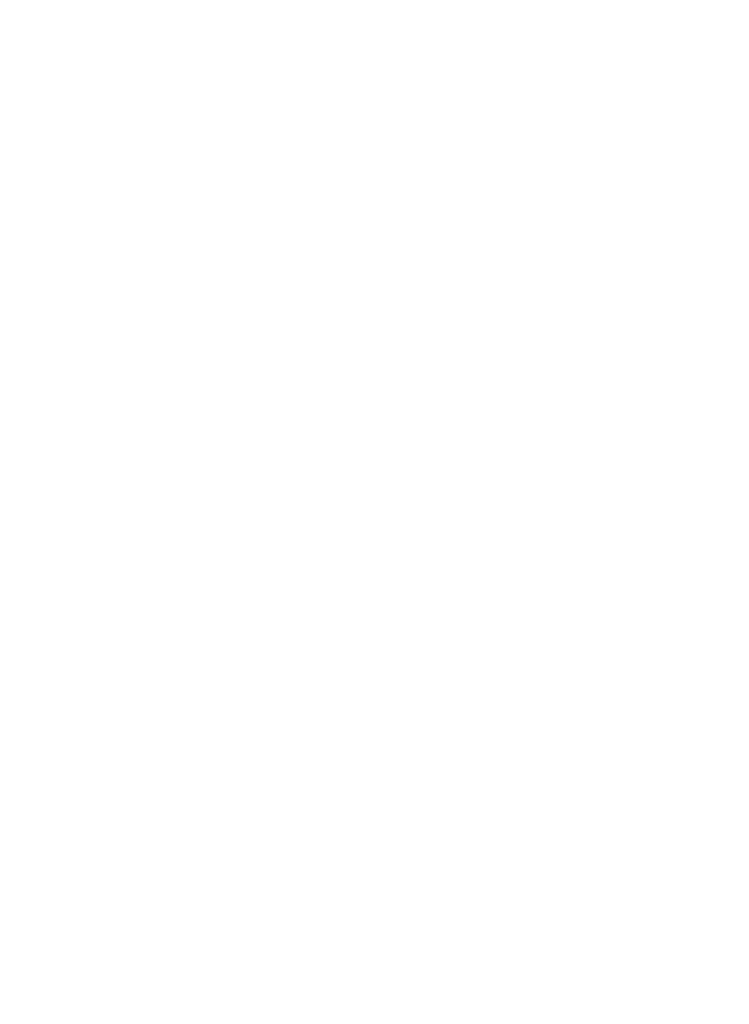
<source format=kicad_pcb>
(kicad_pcb (version 20171130) (host pcbnew 5.1.6-c6e7f7d~87~ubuntu18.04.1)

  (general
    (thickness 1.6)
    (drawings 4)
    (tracks 0)
    (zones 0)
    (modules 0)
    (nets 1)
  )

  (page A4)
  (layers
    (0 F.Cu signal)
    (31 B.Cu signal)
    (32 B.Adhes user)
    (33 F.Adhes user)
    (34 B.Paste user)
    (35 F.Paste user)
    (36 B.SilkS user)
    (37 F.SilkS user)
    (38 B.Mask user)
    (39 F.Mask user)
    (40 Dwgs.User user)
    (41 Cmts.User user)
    (42 Eco1.User user)
    (43 Eco2.User user)
    (44 Edge.Cuts user)
    (45 Margin user)
    (46 B.CrtYd user)
    (47 F.CrtYd user)
    (48 B.Fab user)
    (49 F.Fab user)
  )

  (setup
    (last_trace_width 0.25)
    (trace_clearance 0.2)
    (zone_clearance 0.508)
    (zone_45_only no)
    (trace_min 0.2)
    (via_size 0.8)
    (via_drill 0.4)
    (via_min_size 0.4)
    (via_min_drill 0.3)
    (uvia_size 0.3)
    (uvia_drill 0.1)
    (uvias_allowed no)
    (uvia_min_size 0.2)
    (uvia_min_drill 0.1)
    (edge_width 0.05)
    (segment_width 0.2)
    (pcb_text_width 0.3)
    (pcb_text_size 1.5 1.5)
    (mod_edge_width 0.12)
    (mod_text_size 1 1)
    (mod_text_width 0.15)
    (pad_size 1.524 1.524)
    (pad_drill 0.762)
    (pad_to_mask_clearance 0.05)
    (aux_axis_origin 0 0)
    (visible_elements FFFFFF7F)
    (pcbplotparams
      (layerselection 0x010fc_ffffffff)
      (usegerberextensions false)
      (usegerberattributes true)
      (usegerberadvancedattributes true)
      (creategerberjobfile true)
      (excludeedgelayer true)
      (linewidth 0.100000)
      (plotframeref false)
      (viasonmask false)
      (mode 1)
      (useauxorigin false)
      (hpglpennumber 1)
      (hpglpenspeed 20)
      (hpglpendiameter 15.000000)
      (psnegative false)
      (psa4output false)
      (plotreference true)
      (plotvalue true)
      (plotinvisibletext false)
      (padsonsilk false)
      (subtractmaskfromsilk false)
      (outputformat 1)
      (mirror false)
      (drillshape 1)
      (scaleselection 1)
      (outputdirectory ""))
  )

  (net 0 "")

  (net_class Default "This is the default net class."
    (clearance 0.2)
    (trace_width 0.25)
    (via_dia 0.8)
    (via_drill 0.4)
    (uvia_dia 0.3)
    (uvia_drill 0.1)
  )

  (gr_line (start -0.4 5.7) (end -0.4 -0.5) (layer Dwgs.User) (width 0.15) (tstamp 5F47282E))
  (gr_line (start 4.1 5.7) (end -0.4 5.7) (layer Dwgs.User) (width 0.15))
  (gr_line (start 4.1 -0.5) (end 4.1 5.7) (layer Dwgs.User) (width 0.15))
  (gr_line (start -0.4 -0.5) (end 4.1 -0.5) (layer Dwgs.User) (width 0.15))

)

</source>
